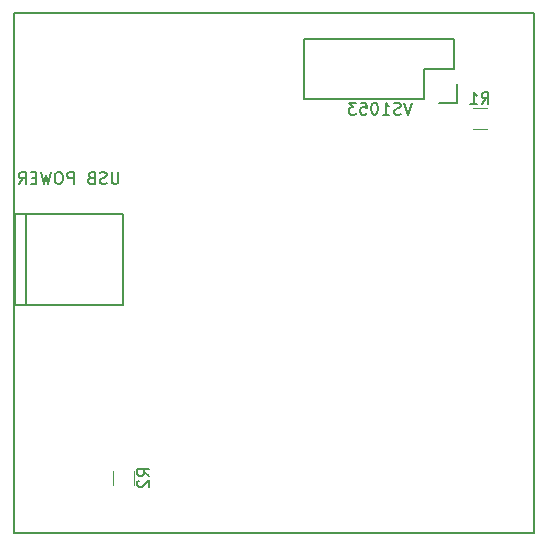
<source format=gbr>
G04 #@! TF.FileFunction,Legend,Bot*
%FSLAX46Y46*%
G04 Gerber Fmt 4.6, Leading zero omitted, Abs format (unit mm)*
G04 Created by KiCad (PCBNEW 4.0.7) date Tue Jan 30 18:32:58 2018*
%MOMM*%
%LPD*%
G01*
G04 APERTURE LIST*
%ADD10C,0.100000*%
%ADD11C,0.150000*%
%ADD12C,0.120000*%
G04 APERTURE END LIST*
D10*
D11*
X143486166Y-77171301D02*
X143152833Y-78171301D01*
X142819499Y-77171301D01*
X142533785Y-78123682D02*
X142390928Y-78171301D01*
X142152832Y-78171301D01*
X142057594Y-78123682D01*
X142009975Y-78076063D01*
X141962356Y-77980825D01*
X141962356Y-77885587D01*
X142009975Y-77790349D01*
X142057594Y-77742730D01*
X142152832Y-77695110D01*
X142343309Y-77647491D01*
X142438547Y-77599872D01*
X142486166Y-77552253D01*
X142533785Y-77457015D01*
X142533785Y-77361777D01*
X142486166Y-77266539D01*
X142438547Y-77218920D01*
X142343309Y-77171301D01*
X142105213Y-77171301D01*
X141962356Y-77218920D01*
X141009975Y-78171301D02*
X141581404Y-78171301D01*
X141295690Y-78171301D02*
X141295690Y-77171301D01*
X141390928Y-77314158D01*
X141486166Y-77409396D01*
X141581404Y-77457015D01*
X140390928Y-77171301D02*
X140295689Y-77171301D01*
X140200451Y-77218920D01*
X140152832Y-77266539D01*
X140105213Y-77361777D01*
X140057594Y-77552253D01*
X140057594Y-77790349D01*
X140105213Y-77980825D01*
X140152832Y-78076063D01*
X140200451Y-78123682D01*
X140295689Y-78171301D01*
X140390928Y-78171301D01*
X140486166Y-78123682D01*
X140533785Y-78076063D01*
X140581404Y-77980825D01*
X140629023Y-77790349D01*
X140629023Y-77552253D01*
X140581404Y-77361777D01*
X140533785Y-77266539D01*
X140486166Y-77218920D01*
X140390928Y-77171301D01*
X139152832Y-77171301D02*
X139629023Y-77171301D01*
X139676642Y-77647491D01*
X139629023Y-77599872D01*
X139533785Y-77552253D01*
X139295689Y-77552253D01*
X139200451Y-77599872D01*
X139152832Y-77647491D01*
X139105213Y-77742730D01*
X139105213Y-77980825D01*
X139152832Y-78076063D01*
X139200451Y-78123682D01*
X139295689Y-78171301D01*
X139533785Y-78171301D01*
X139629023Y-78123682D01*
X139676642Y-78076063D01*
X138771880Y-77171301D02*
X138152832Y-77171301D01*
X138486166Y-77552253D01*
X138343308Y-77552253D01*
X138248070Y-77599872D01*
X138200451Y-77647491D01*
X138152832Y-77742730D01*
X138152832Y-77980825D01*
X138200451Y-78076063D01*
X138248070Y-78123682D01*
X138343308Y-78171301D01*
X138629023Y-78171301D01*
X138724261Y-78123682D01*
X138771880Y-78076063D01*
X109800000Y-113600000D02*
X109800000Y-69600000D01*
X153800000Y-113600000D02*
X109800000Y-113600000D01*
X153800000Y-69600000D02*
X153800000Y-113600000D01*
X109800000Y-69600000D02*
X153800000Y-69600000D01*
X147070000Y-71790000D02*
X134370000Y-71790000D01*
X134370000Y-71790000D02*
X134370000Y-76870000D01*
X134370000Y-76870000D02*
X144530000Y-76870000D01*
X147070000Y-71790000D02*
X147070000Y-74330000D01*
X147350000Y-75600000D02*
X147350000Y-77150000D01*
X147070000Y-74330000D02*
X144530000Y-74330000D01*
X144530000Y-74330000D02*
X144530000Y-76870000D01*
X147350000Y-77150000D02*
X145800000Y-77150000D01*
X119049940Y-94325640D02*
X109850060Y-94325640D01*
X119049940Y-86624360D02*
X119049940Y-94325640D01*
X109850060Y-86624360D02*
X119049940Y-86624360D01*
X109850060Y-94325640D02*
X109850060Y-86624360D01*
X110850820Y-94325640D02*
X110850820Y-86624360D01*
D12*
X148640000Y-79400000D02*
X149840000Y-79400000D01*
X149840000Y-77640000D02*
X148640000Y-77640000D01*
X118220000Y-108350000D02*
X118220000Y-109550000D01*
X119980000Y-109550000D02*
X119980000Y-108350000D01*
D11*
X118640476Y-83026201D02*
X118640476Y-83835725D01*
X118592857Y-83930963D01*
X118545238Y-83978582D01*
X118450000Y-84026201D01*
X118259523Y-84026201D01*
X118164285Y-83978582D01*
X118116666Y-83930963D01*
X118069047Y-83835725D01*
X118069047Y-83026201D01*
X117640476Y-83978582D02*
X117497619Y-84026201D01*
X117259523Y-84026201D01*
X117164285Y-83978582D01*
X117116666Y-83930963D01*
X117069047Y-83835725D01*
X117069047Y-83740487D01*
X117116666Y-83645249D01*
X117164285Y-83597630D01*
X117259523Y-83550010D01*
X117450000Y-83502391D01*
X117545238Y-83454772D01*
X117592857Y-83407153D01*
X117640476Y-83311915D01*
X117640476Y-83216677D01*
X117592857Y-83121439D01*
X117545238Y-83073820D01*
X117450000Y-83026201D01*
X117211904Y-83026201D01*
X117069047Y-83073820D01*
X116307142Y-83502391D02*
X116164285Y-83550010D01*
X116116666Y-83597630D01*
X116069047Y-83692868D01*
X116069047Y-83835725D01*
X116116666Y-83930963D01*
X116164285Y-83978582D01*
X116259523Y-84026201D01*
X116640476Y-84026201D01*
X116640476Y-83026201D01*
X116307142Y-83026201D01*
X116211904Y-83073820D01*
X116164285Y-83121439D01*
X116116666Y-83216677D01*
X116116666Y-83311915D01*
X116164285Y-83407153D01*
X116211904Y-83454772D01*
X116307142Y-83502391D01*
X116640476Y-83502391D01*
X114878571Y-84026201D02*
X114878571Y-83026201D01*
X114497618Y-83026201D01*
X114402380Y-83073820D01*
X114354761Y-83121439D01*
X114307142Y-83216677D01*
X114307142Y-83359534D01*
X114354761Y-83454772D01*
X114402380Y-83502391D01*
X114497618Y-83550010D01*
X114878571Y-83550010D01*
X113688095Y-83026201D02*
X113497618Y-83026201D01*
X113402380Y-83073820D01*
X113307142Y-83169058D01*
X113259523Y-83359534D01*
X113259523Y-83692868D01*
X113307142Y-83883344D01*
X113402380Y-83978582D01*
X113497618Y-84026201D01*
X113688095Y-84026201D01*
X113783333Y-83978582D01*
X113878571Y-83883344D01*
X113926190Y-83692868D01*
X113926190Y-83359534D01*
X113878571Y-83169058D01*
X113783333Y-83073820D01*
X113688095Y-83026201D01*
X112926190Y-83026201D02*
X112688095Y-84026201D01*
X112497618Y-83311915D01*
X112307142Y-84026201D01*
X112069047Y-83026201D01*
X111688095Y-83502391D02*
X111354761Y-83502391D01*
X111211904Y-84026201D02*
X111688095Y-84026201D01*
X111688095Y-83026201D01*
X111211904Y-83026201D01*
X110211904Y-84026201D02*
X110545238Y-83550010D01*
X110783333Y-84026201D02*
X110783333Y-83026201D01*
X110402380Y-83026201D01*
X110307142Y-83073820D01*
X110259523Y-83121439D01*
X110211904Y-83216677D01*
X110211904Y-83359534D01*
X110259523Y-83454772D01*
X110307142Y-83502391D01*
X110402380Y-83550010D01*
X110783333Y-83550010D01*
X149406666Y-77272381D02*
X149740000Y-76796190D01*
X149978095Y-77272381D02*
X149978095Y-76272381D01*
X149597142Y-76272381D01*
X149501904Y-76320000D01*
X149454285Y-76367619D01*
X149406666Y-76462857D01*
X149406666Y-76605714D01*
X149454285Y-76700952D01*
X149501904Y-76748571D01*
X149597142Y-76796190D01*
X149978095Y-76796190D01*
X148454285Y-77272381D02*
X149025714Y-77272381D01*
X148740000Y-77272381D02*
X148740000Y-76272381D01*
X148835238Y-76415238D01*
X148930476Y-76510476D01*
X149025714Y-76558095D01*
X121252381Y-108783334D02*
X120776190Y-108450000D01*
X121252381Y-108211905D02*
X120252381Y-108211905D01*
X120252381Y-108592858D01*
X120300000Y-108688096D01*
X120347619Y-108735715D01*
X120442857Y-108783334D01*
X120585714Y-108783334D01*
X120680952Y-108735715D01*
X120728571Y-108688096D01*
X120776190Y-108592858D01*
X120776190Y-108211905D01*
X120347619Y-109164286D02*
X120300000Y-109211905D01*
X120252381Y-109307143D01*
X120252381Y-109545239D01*
X120300000Y-109640477D01*
X120347619Y-109688096D01*
X120442857Y-109735715D01*
X120538095Y-109735715D01*
X120680952Y-109688096D01*
X121252381Y-109116667D01*
X121252381Y-109735715D01*
M02*

</source>
